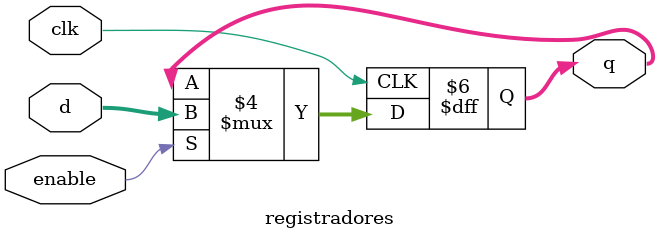
<source format=v>
module registradores(clk, d, enable, q);
    input [5:0] d;
    input clk, enable;
    output reg [5:0]q;
    
    initial begin
        q <= 0;
    end

    always @(posedge clk) begin
        if (enable == 1'b1) q <= d;
    end

endmodule
</source>
